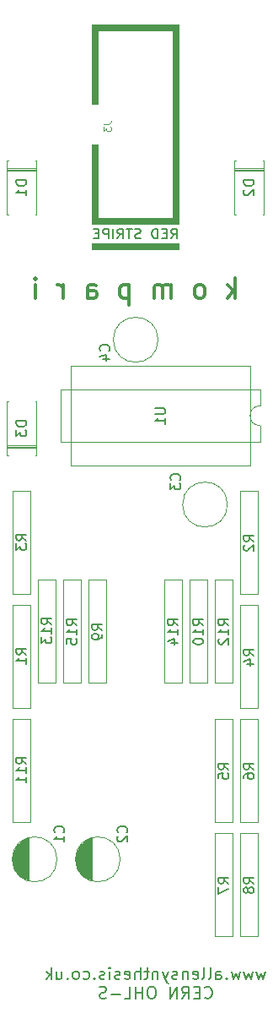
<source format=gbr>
%TF.GenerationSoftware,KiCad,Pcbnew,(6.0.2)*%
%TF.CreationDate,2022-09-19T13:12:04+01:00*%
%TF.ProjectId,comparator,636f6d70-6172-4617-946f-722e6b696361,rev?*%
%TF.SameCoordinates,Original*%
%TF.FileFunction,Legend,Bot*%
%TF.FilePolarity,Positive*%
%FSLAX46Y46*%
G04 Gerber Fmt 4.6, Leading zero omitted, Abs format (unit mm)*
G04 Created by KiCad (PCBNEW (6.0.2)) date 2022-09-19 13:12:04*
%MOMM*%
%LPD*%
G01*
G04 APERTURE LIST*
%ADD10C,0.300000*%
%ADD11C,0.200000*%
%ADD12C,0.150000*%
%ADD13C,0.100000*%
%ADD14C,0.120000*%
G04 APERTURE END LIST*
D10*
X25287619Y-28844761D02*
X25287619Y-26844761D01*
X25097142Y-28082857D02*
X24525714Y-28844761D01*
X24525714Y-27511428D02*
X25287619Y-28273333D01*
X21859047Y-28844761D02*
X22049523Y-28749523D01*
X22144761Y-28654285D01*
X22240000Y-28463809D01*
X22240000Y-27892380D01*
X22144761Y-27701904D01*
X22049523Y-27606666D01*
X21859047Y-27511428D01*
X21573333Y-27511428D01*
X21382857Y-27606666D01*
X21287619Y-27701904D01*
X21192380Y-27892380D01*
X21192380Y-28463809D01*
X21287619Y-28654285D01*
X21382857Y-28749523D01*
X21573333Y-28844761D01*
X21859047Y-28844761D01*
X18811428Y-28844761D02*
X18811428Y-27511428D01*
X18811428Y-27701904D02*
X18716190Y-27606666D01*
X18525714Y-27511428D01*
X18240000Y-27511428D01*
X18049523Y-27606666D01*
X17954285Y-27797142D01*
X17954285Y-28844761D01*
X17954285Y-27797142D02*
X17859047Y-27606666D01*
X17668571Y-27511428D01*
X17382857Y-27511428D01*
X17192380Y-27606666D01*
X17097142Y-27797142D01*
X17097142Y-28844761D01*
X14620952Y-27511428D02*
X14620952Y-29511428D01*
X14620952Y-27606666D02*
X14430476Y-27511428D01*
X14049523Y-27511428D01*
X13859047Y-27606666D01*
X13763809Y-27701904D01*
X13668571Y-27892380D01*
X13668571Y-28463809D01*
X13763809Y-28654285D01*
X13859047Y-28749523D01*
X14049523Y-28844761D01*
X14430476Y-28844761D01*
X14620952Y-28749523D01*
X10430476Y-28844761D02*
X10430476Y-27797142D01*
X10525714Y-27606666D01*
X10716190Y-27511428D01*
X11097142Y-27511428D01*
X11287619Y-27606666D01*
X10430476Y-28749523D02*
X10620952Y-28844761D01*
X11097142Y-28844761D01*
X11287619Y-28749523D01*
X11382857Y-28559047D01*
X11382857Y-28368571D01*
X11287619Y-28178095D01*
X11097142Y-28082857D01*
X10620952Y-28082857D01*
X10430476Y-27987619D01*
X7954285Y-28844761D02*
X7954285Y-27511428D01*
X7954285Y-27892380D02*
X7859047Y-27701904D01*
X7763809Y-27606666D01*
X7573333Y-27511428D01*
X7382857Y-27511428D01*
X5192380Y-28844761D02*
X5192380Y-27511428D01*
X5192380Y-26844761D02*
X5287619Y-26940000D01*
X5192380Y-27035238D01*
X5097142Y-26940000D01*
X5192380Y-26844761D01*
X5192380Y-27035238D01*
D11*
X28300571Y-96312857D02*
X28072000Y-97112857D01*
X27843428Y-96541428D01*
X27614857Y-97112857D01*
X27386285Y-96312857D01*
X27043428Y-96312857D02*
X26814857Y-97112857D01*
X26586285Y-96541428D01*
X26357714Y-97112857D01*
X26129142Y-96312857D01*
X25786285Y-96312857D02*
X25557714Y-97112857D01*
X25329142Y-96541428D01*
X25100571Y-97112857D01*
X24871999Y-96312857D01*
X24414857Y-96998571D02*
X24357714Y-97055714D01*
X24414857Y-97112857D01*
X24471999Y-97055714D01*
X24414857Y-96998571D01*
X24414857Y-97112857D01*
X23329142Y-97112857D02*
X23329142Y-96484285D01*
X23386285Y-96370000D01*
X23500571Y-96312857D01*
X23729142Y-96312857D01*
X23843428Y-96370000D01*
X23329142Y-97055714D02*
X23443428Y-97112857D01*
X23729142Y-97112857D01*
X23843428Y-97055714D01*
X23900571Y-96941428D01*
X23900571Y-96827142D01*
X23843428Y-96712857D01*
X23729142Y-96655714D01*
X23443428Y-96655714D01*
X23329142Y-96598571D01*
X22586285Y-97112857D02*
X22700571Y-97055714D01*
X22757714Y-96941428D01*
X22757714Y-95912857D01*
X21957714Y-97112857D02*
X22071999Y-97055714D01*
X22129142Y-96941428D01*
X22129142Y-95912857D01*
X21043428Y-97055714D02*
X21157714Y-97112857D01*
X21386285Y-97112857D01*
X21500571Y-97055714D01*
X21557714Y-96941428D01*
X21557714Y-96484285D01*
X21500571Y-96370000D01*
X21386285Y-96312857D01*
X21157714Y-96312857D01*
X21043428Y-96370000D01*
X20986285Y-96484285D01*
X20986285Y-96598571D01*
X21557714Y-96712857D01*
X20471999Y-96312857D02*
X20471999Y-97112857D01*
X20471999Y-96427142D02*
X20414857Y-96370000D01*
X20300571Y-96312857D01*
X20129142Y-96312857D01*
X20014857Y-96370000D01*
X19957714Y-96484285D01*
X19957714Y-97112857D01*
X19443428Y-97055714D02*
X19329142Y-97112857D01*
X19100571Y-97112857D01*
X18986285Y-97055714D01*
X18929142Y-96941428D01*
X18929142Y-96884285D01*
X18986285Y-96770000D01*
X19100571Y-96712857D01*
X19271999Y-96712857D01*
X19386285Y-96655714D01*
X19443428Y-96541428D01*
X19443428Y-96484285D01*
X19386285Y-96370000D01*
X19271999Y-96312857D01*
X19100571Y-96312857D01*
X18986285Y-96370000D01*
X18529142Y-96312857D02*
X18243428Y-97112857D01*
X17957714Y-96312857D02*
X18243428Y-97112857D01*
X18357714Y-97398571D01*
X18414857Y-97455714D01*
X18529142Y-97512857D01*
X17500571Y-96312857D02*
X17500571Y-97112857D01*
X17500571Y-96427142D02*
X17443428Y-96370000D01*
X17329142Y-96312857D01*
X17157714Y-96312857D01*
X17043428Y-96370000D01*
X16986285Y-96484285D01*
X16986285Y-97112857D01*
X16586285Y-96312857D02*
X16129142Y-96312857D01*
X16414857Y-95912857D02*
X16414857Y-96941428D01*
X16357714Y-97055714D01*
X16243428Y-97112857D01*
X16129142Y-97112857D01*
X15729142Y-97112857D02*
X15729142Y-95912857D01*
X15214857Y-97112857D02*
X15214857Y-96484285D01*
X15271999Y-96370000D01*
X15386285Y-96312857D01*
X15557714Y-96312857D01*
X15671999Y-96370000D01*
X15729142Y-96427142D01*
X14186285Y-97055714D02*
X14300571Y-97112857D01*
X14529142Y-97112857D01*
X14643428Y-97055714D01*
X14700571Y-96941428D01*
X14700571Y-96484285D01*
X14643428Y-96370000D01*
X14529142Y-96312857D01*
X14300571Y-96312857D01*
X14186285Y-96370000D01*
X14129142Y-96484285D01*
X14129142Y-96598571D01*
X14700571Y-96712857D01*
X13671999Y-97055714D02*
X13557714Y-97112857D01*
X13329142Y-97112857D01*
X13214857Y-97055714D01*
X13157714Y-96941428D01*
X13157714Y-96884285D01*
X13214857Y-96770000D01*
X13329142Y-96712857D01*
X13500571Y-96712857D01*
X13614857Y-96655714D01*
X13671999Y-96541428D01*
X13671999Y-96484285D01*
X13614857Y-96370000D01*
X13500571Y-96312857D01*
X13329142Y-96312857D01*
X13214857Y-96370000D01*
X12643428Y-97112857D02*
X12643428Y-96312857D01*
X12643428Y-95912857D02*
X12700571Y-95970000D01*
X12643428Y-96027142D01*
X12586285Y-95970000D01*
X12643428Y-95912857D01*
X12643428Y-96027142D01*
X12129142Y-97055714D02*
X12014857Y-97112857D01*
X11786285Y-97112857D01*
X11671999Y-97055714D01*
X11614857Y-96941428D01*
X11614857Y-96884285D01*
X11671999Y-96770000D01*
X11786285Y-96712857D01*
X11957714Y-96712857D01*
X12071999Y-96655714D01*
X12129142Y-96541428D01*
X12129142Y-96484285D01*
X12071999Y-96370000D01*
X11957714Y-96312857D01*
X11786285Y-96312857D01*
X11671999Y-96370000D01*
X11100571Y-96998571D02*
X11043428Y-97055714D01*
X11100571Y-97112857D01*
X11157714Y-97055714D01*
X11100571Y-96998571D01*
X11100571Y-97112857D01*
X10014857Y-97055714D02*
X10129142Y-97112857D01*
X10357714Y-97112857D01*
X10471999Y-97055714D01*
X10529142Y-96998571D01*
X10586285Y-96884285D01*
X10586285Y-96541428D01*
X10529142Y-96427142D01*
X10471999Y-96370000D01*
X10357714Y-96312857D01*
X10129142Y-96312857D01*
X10014857Y-96370000D01*
X9329142Y-97112857D02*
X9443428Y-97055714D01*
X9500571Y-96998571D01*
X9557714Y-96884285D01*
X9557714Y-96541428D01*
X9500571Y-96427142D01*
X9443428Y-96370000D01*
X9329142Y-96312857D01*
X9157714Y-96312857D01*
X9043428Y-96370000D01*
X8986285Y-96427142D01*
X8929142Y-96541428D01*
X8929142Y-96884285D01*
X8986285Y-96998571D01*
X9043428Y-97055714D01*
X9157714Y-97112857D01*
X9329142Y-97112857D01*
X8414857Y-96998571D02*
X8357714Y-97055714D01*
X8414857Y-97112857D01*
X8471999Y-97055714D01*
X8414857Y-96998571D01*
X8414857Y-97112857D01*
X7329142Y-96312857D02*
X7329142Y-97112857D01*
X7843428Y-96312857D02*
X7843428Y-96941428D01*
X7786285Y-97055714D01*
X7671999Y-97112857D01*
X7500571Y-97112857D01*
X7386285Y-97055714D01*
X7329142Y-96998571D01*
X6757714Y-97112857D02*
X6757714Y-95912857D01*
X6643428Y-96655714D02*
X6300571Y-97112857D01*
X6300571Y-96312857D02*
X6757714Y-96770000D01*
X22186285Y-98930571D02*
X22243428Y-98987714D01*
X22414857Y-99044857D01*
X22529142Y-99044857D01*
X22700571Y-98987714D01*
X22814857Y-98873428D01*
X22872000Y-98759142D01*
X22929142Y-98530571D01*
X22929142Y-98359142D01*
X22872000Y-98130571D01*
X22814857Y-98016285D01*
X22700571Y-97902000D01*
X22529142Y-97844857D01*
X22414857Y-97844857D01*
X22243428Y-97902000D01*
X22186285Y-97959142D01*
X21672000Y-98416285D02*
X21272000Y-98416285D01*
X21100571Y-99044857D02*
X21672000Y-99044857D01*
X21672000Y-97844857D01*
X21100571Y-97844857D01*
X19900571Y-99044857D02*
X20300571Y-98473428D01*
X20586285Y-99044857D02*
X20586285Y-97844857D01*
X20129142Y-97844857D01*
X20014857Y-97902000D01*
X19957714Y-97959142D01*
X19900571Y-98073428D01*
X19900571Y-98244857D01*
X19957714Y-98359142D01*
X20014857Y-98416285D01*
X20129142Y-98473428D01*
X20586285Y-98473428D01*
X19386285Y-99044857D02*
X19386285Y-97844857D01*
X18700571Y-99044857D01*
X18700571Y-97844857D01*
X16986285Y-97844857D02*
X16757714Y-97844857D01*
X16643428Y-97902000D01*
X16529142Y-98016285D01*
X16472000Y-98244857D01*
X16472000Y-98644857D01*
X16529142Y-98873428D01*
X16643428Y-98987714D01*
X16757714Y-99044857D01*
X16986285Y-99044857D01*
X17100571Y-98987714D01*
X17214857Y-98873428D01*
X17272000Y-98644857D01*
X17272000Y-98244857D01*
X17214857Y-98016285D01*
X17100571Y-97902000D01*
X16986285Y-97844857D01*
X15957714Y-99044857D02*
X15957714Y-97844857D01*
X15957714Y-98416285D02*
X15272000Y-98416285D01*
X15272000Y-99044857D02*
X15272000Y-97844857D01*
X14129142Y-99044857D02*
X14700571Y-99044857D01*
X14700571Y-97844857D01*
X13729142Y-98587714D02*
X12814857Y-98587714D01*
X12300571Y-98987714D02*
X12129142Y-99044857D01*
X11843428Y-99044857D01*
X11729142Y-98987714D01*
X11672000Y-98930571D01*
X11614857Y-98816285D01*
X11614857Y-98702000D01*
X11672000Y-98587714D01*
X11729142Y-98530571D01*
X11843428Y-98473428D01*
X12072000Y-98416285D01*
X12186285Y-98359142D01*
X12243428Y-98302000D01*
X12300571Y-98187714D01*
X12300571Y-98073428D01*
X12243428Y-97959142D01*
X12186285Y-97902000D01*
X12072000Y-97844857D01*
X11786285Y-97844857D01*
X11614857Y-97902000D01*
D12*
%TO.C,C1*%
X7977142Y-82383333D02*
X8024761Y-82335714D01*
X8072380Y-82192857D01*
X8072380Y-82097619D01*
X8024761Y-81954761D01*
X7929523Y-81859523D01*
X7834285Y-81811904D01*
X7643809Y-81764285D01*
X7500952Y-81764285D01*
X7310476Y-81811904D01*
X7215238Y-81859523D01*
X7120000Y-81954761D01*
X7072380Y-82097619D01*
X7072380Y-82192857D01*
X7120000Y-82335714D01*
X7167619Y-82383333D01*
X8072380Y-83335714D02*
X8072380Y-82764285D01*
X8072380Y-83050000D02*
X7072380Y-83050000D01*
X7215238Y-82954761D01*
X7310476Y-82859523D01*
X7358095Y-82764285D01*
%TO.C,R11*%
X4262380Y-75507142D02*
X3786190Y-75173809D01*
X4262380Y-74935714D02*
X3262380Y-74935714D01*
X3262380Y-75316666D01*
X3310000Y-75411904D01*
X3357619Y-75459523D01*
X3452857Y-75507142D01*
X3595714Y-75507142D01*
X3690952Y-75459523D01*
X3738571Y-75411904D01*
X3786190Y-75316666D01*
X3786190Y-74935714D01*
X4262380Y-76459523D02*
X4262380Y-75888095D01*
X4262380Y-76173809D02*
X3262380Y-76173809D01*
X3405238Y-76078571D01*
X3500476Y-75983333D01*
X3548095Y-75888095D01*
X4262380Y-77411904D02*
X4262380Y-76840476D01*
X4262380Y-77126190D02*
X3262380Y-77126190D01*
X3405238Y-77030952D01*
X3500476Y-76935714D01*
X3548095Y-76840476D01*
%TO.C,R10*%
X22042380Y-61637142D02*
X21566190Y-61303809D01*
X22042380Y-61065714D02*
X21042380Y-61065714D01*
X21042380Y-61446666D01*
X21090000Y-61541904D01*
X21137619Y-61589523D01*
X21232857Y-61637142D01*
X21375714Y-61637142D01*
X21470952Y-61589523D01*
X21518571Y-61541904D01*
X21566190Y-61446666D01*
X21566190Y-61065714D01*
X22042380Y-62589523D02*
X22042380Y-62018095D01*
X22042380Y-62303809D02*
X21042380Y-62303809D01*
X21185238Y-62208571D01*
X21280476Y-62113333D01*
X21328095Y-62018095D01*
X21042380Y-63208571D02*
X21042380Y-63303809D01*
X21090000Y-63399047D01*
X21137619Y-63446666D01*
X21232857Y-63494285D01*
X21423333Y-63541904D01*
X21661428Y-63541904D01*
X21851904Y-63494285D01*
X21947142Y-63446666D01*
X21994761Y-63399047D01*
X22042380Y-63303809D01*
X22042380Y-63208571D01*
X21994761Y-63113333D01*
X21947142Y-63065714D01*
X21851904Y-63018095D01*
X21661428Y-62970476D01*
X21423333Y-62970476D01*
X21232857Y-63018095D01*
X21137619Y-63065714D01*
X21090000Y-63113333D01*
X21042380Y-63208571D01*
%TO.C,R12*%
X24582380Y-61637142D02*
X24106190Y-61303809D01*
X24582380Y-61065714D02*
X23582380Y-61065714D01*
X23582380Y-61446666D01*
X23630000Y-61541904D01*
X23677619Y-61589523D01*
X23772857Y-61637142D01*
X23915714Y-61637142D01*
X24010952Y-61589523D01*
X24058571Y-61541904D01*
X24106190Y-61446666D01*
X24106190Y-61065714D01*
X24582380Y-62589523D02*
X24582380Y-62018095D01*
X24582380Y-62303809D02*
X23582380Y-62303809D01*
X23725238Y-62208571D01*
X23820476Y-62113333D01*
X23868095Y-62018095D01*
X23677619Y-62970476D02*
X23630000Y-63018095D01*
X23582380Y-63113333D01*
X23582380Y-63351428D01*
X23630000Y-63446666D01*
X23677619Y-63494285D01*
X23772857Y-63541904D01*
X23868095Y-63541904D01*
X24010952Y-63494285D01*
X24582380Y-62922857D01*
X24582380Y-63541904D01*
%TO.C,C4*%
X12549142Y-34123333D02*
X12596761Y-34075714D01*
X12644380Y-33932857D01*
X12644380Y-33837619D01*
X12596761Y-33694761D01*
X12501523Y-33599523D01*
X12406285Y-33551904D01*
X12215809Y-33504285D01*
X12072952Y-33504285D01*
X11882476Y-33551904D01*
X11787238Y-33599523D01*
X11692000Y-33694761D01*
X11644380Y-33837619D01*
X11644380Y-33932857D01*
X11692000Y-34075714D01*
X11739619Y-34123333D01*
X11977714Y-34980476D02*
X12644380Y-34980476D01*
X11596761Y-34742380D02*
X12311047Y-34504285D01*
X12311047Y-35123333D01*
%TO.C,R8*%
X27122380Y-87513333D02*
X26646190Y-87180000D01*
X27122380Y-86941904D02*
X26122380Y-86941904D01*
X26122380Y-87322857D01*
X26170000Y-87418095D01*
X26217619Y-87465714D01*
X26312857Y-87513333D01*
X26455714Y-87513333D01*
X26550952Y-87465714D01*
X26598571Y-87418095D01*
X26646190Y-87322857D01*
X26646190Y-86941904D01*
X26550952Y-88084761D02*
X26503333Y-87989523D01*
X26455714Y-87941904D01*
X26360476Y-87894285D01*
X26312857Y-87894285D01*
X26217619Y-87941904D01*
X26170000Y-87989523D01*
X26122380Y-88084761D01*
X26122380Y-88275238D01*
X26170000Y-88370476D01*
X26217619Y-88418095D01*
X26312857Y-88465714D01*
X26360476Y-88465714D01*
X26455714Y-88418095D01*
X26503333Y-88370476D01*
X26550952Y-88275238D01*
X26550952Y-88084761D01*
X26598571Y-87989523D01*
X26646190Y-87941904D01*
X26741428Y-87894285D01*
X26931904Y-87894285D01*
X27027142Y-87941904D01*
X27074761Y-87989523D01*
X27122380Y-88084761D01*
X27122380Y-88275238D01*
X27074761Y-88370476D01*
X27027142Y-88418095D01*
X26931904Y-88465714D01*
X26741428Y-88465714D01*
X26646190Y-88418095D01*
X26598571Y-88370476D01*
X26550952Y-88275238D01*
%TO.C,C3*%
X19661142Y-47077333D02*
X19708761Y-47029714D01*
X19756380Y-46886857D01*
X19756380Y-46791619D01*
X19708761Y-46648761D01*
X19613523Y-46553523D01*
X19518285Y-46505904D01*
X19327809Y-46458285D01*
X19184952Y-46458285D01*
X18994476Y-46505904D01*
X18899238Y-46553523D01*
X18804000Y-46648761D01*
X18756380Y-46791619D01*
X18756380Y-46886857D01*
X18804000Y-47029714D01*
X18851619Y-47077333D01*
X18756380Y-47410666D02*
X18756380Y-48029714D01*
X19137333Y-47696380D01*
X19137333Y-47839238D01*
X19184952Y-47934476D01*
X19232571Y-47982095D01*
X19327809Y-48029714D01*
X19565904Y-48029714D01*
X19661142Y-47982095D01*
X19708761Y-47934476D01*
X19756380Y-47839238D01*
X19756380Y-47553523D01*
X19708761Y-47458285D01*
X19661142Y-47410666D01*
%TO.C,R6*%
X27122380Y-76083333D02*
X26646190Y-75750000D01*
X27122380Y-75511904D02*
X26122380Y-75511904D01*
X26122380Y-75892857D01*
X26170000Y-75988095D01*
X26217619Y-76035714D01*
X26312857Y-76083333D01*
X26455714Y-76083333D01*
X26550952Y-76035714D01*
X26598571Y-75988095D01*
X26646190Y-75892857D01*
X26646190Y-75511904D01*
X26122380Y-76940476D02*
X26122380Y-76750000D01*
X26170000Y-76654761D01*
X26217619Y-76607142D01*
X26360476Y-76511904D01*
X26550952Y-76464285D01*
X26931904Y-76464285D01*
X27027142Y-76511904D01*
X27074761Y-76559523D01*
X27122380Y-76654761D01*
X27122380Y-76845238D01*
X27074761Y-76940476D01*
X27027142Y-76988095D01*
X26931904Y-77035714D01*
X26693809Y-77035714D01*
X26598571Y-76988095D01*
X26550952Y-76940476D01*
X26503333Y-76845238D01*
X26503333Y-76654761D01*
X26550952Y-76559523D01*
X26598571Y-76511904D01*
X26693809Y-76464285D01*
%TO.C,D3*%
X4262380Y-41171904D02*
X3262380Y-41171904D01*
X3262380Y-41410000D01*
X3310000Y-41552857D01*
X3405238Y-41648095D01*
X3500476Y-41695714D01*
X3690952Y-41743333D01*
X3833809Y-41743333D01*
X4024285Y-41695714D01*
X4119523Y-41648095D01*
X4214761Y-41552857D01*
X4262380Y-41410000D01*
X4262380Y-41171904D01*
X3262380Y-42076666D02*
X3262380Y-42695714D01*
X3643333Y-42362380D01*
X3643333Y-42505238D01*
X3690952Y-42600476D01*
X3738571Y-42648095D01*
X3833809Y-42695714D01*
X4071904Y-42695714D01*
X4167142Y-42648095D01*
X4214761Y-42600476D01*
X4262380Y-42505238D01*
X4262380Y-42219523D01*
X4214761Y-42124285D01*
X4167142Y-42076666D01*
%TO.C,R3*%
X4262380Y-53123333D02*
X3786190Y-52790000D01*
X4262380Y-52551904D02*
X3262380Y-52551904D01*
X3262380Y-52932857D01*
X3310000Y-53028095D01*
X3357619Y-53075714D01*
X3452857Y-53123333D01*
X3595714Y-53123333D01*
X3690952Y-53075714D01*
X3738571Y-53028095D01*
X3786190Y-52932857D01*
X3786190Y-52551904D01*
X3262380Y-53456666D02*
X3262380Y-54075714D01*
X3643333Y-53742380D01*
X3643333Y-53885238D01*
X3690952Y-53980476D01*
X3738571Y-54028095D01*
X3833809Y-54075714D01*
X4071904Y-54075714D01*
X4167142Y-54028095D01*
X4214761Y-53980476D01*
X4262380Y-53885238D01*
X4262380Y-53599523D01*
X4214761Y-53504285D01*
X4167142Y-53456666D01*
%TO.C,R4*%
X27122380Y-64653333D02*
X26646190Y-64320000D01*
X27122380Y-64081904D02*
X26122380Y-64081904D01*
X26122380Y-64462857D01*
X26170000Y-64558095D01*
X26217619Y-64605714D01*
X26312857Y-64653333D01*
X26455714Y-64653333D01*
X26550952Y-64605714D01*
X26598571Y-64558095D01*
X26646190Y-64462857D01*
X26646190Y-64081904D01*
X26455714Y-65510476D02*
X27122380Y-65510476D01*
X26074761Y-65272380D02*
X26789047Y-65034285D01*
X26789047Y-65653333D01*
%TO.C,R9*%
X11882380Y-62113333D02*
X11406190Y-61780000D01*
X11882380Y-61541904D02*
X10882380Y-61541904D01*
X10882380Y-61922857D01*
X10930000Y-62018095D01*
X10977619Y-62065714D01*
X11072857Y-62113333D01*
X11215714Y-62113333D01*
X11310952Y-62065714D01*
X11358571Y-62018095D01*
X11406190Y-61922857D01*
X11406190Y-61541904D01*
X11882380Y-62589523D02*
X11882380Y-62780000D01*
X11834761Y-62875238D01*
X11787142Y-62922857D01*
X11644285Y-63018095D01*
X11453809Y-63065714D01*
X11072857Y-63065714D01*
X10977619Y-63018095D01*
X10930000Y-62970476D01*
X10882380Y-62875238D01*
X10882380Y-62684761D01*
X10930000Y-62589523D01*
X10977619Y-62541904D01*
X11072857Y-62494285D01*
X11310952Y-62494285D01*
X11406190Y-62541904D01*
X11453809Y-62589523D01*
X11501428Y-62684761D01*
X11501428Y-62875238D01*
X11453809Y-62970476D01*
X11406190Y-63018095D01*
X11310952Y-63065714D01*
%TO.C,R5*%
X24582380Y-76083333D02*
X24106190Y-75750000D01*
X24582380Y-75511904D02*
X23582380Y-75511904D01*
X23582380Y-75892857D01*
X23630000Y-75988095D01*
X23677619Y-76035714D01*
X23772857Y-76083333D01*
X23915714Y-76083333D01*
X24010952Y-76035714D01*
X24058571Y-75988095D01*
X24106190Y-75892857D01*
X24106190Y-75511904D01*
X23582380Y-76988095D02*
X23582380Y-76511904D01*
X24058571Y-76464285D01*
X24010952Y-76511904D01*
X23963333Y-76607142D01*
X23963333Y-76845238D01*
X24010952Y-76940476D01*
X24058571Y-76988095D01*
X24153809Y-77035714D01*
X24391904Y-77035714D01*
X24487142Y-76988095D01*
X24534761Y-76940476D01*
X24582380Y-76845238D01*
X24582380Y-76607142D01*
X24534761Y-76511904D01*
X24487142Y-76464285D01*
%TO.C,R2*%
X27122380Y-53223333D02*
X26646190Y-52890000D01*
X27122380Y-52651904D02*
X26122380Y-52651904D01*
X26122380Y-53032857D01*
X26170000Y-53128095D01*
X26217619Y-53175714D01*
X26312857Y-53223333D01*
X26455714Y-53223333D01*
X26550952Y-53175714D01*
X26598571Y-53128095D01*
X26646190Y-53032857D01*
X26646190Y-52651904D01*
X26217619Y-53604285D02*
X26170000Y-53651904D01*
X26122380Y-53747142D01*
X26122380Y-53985238D01*
X26170000Y-54080476D01*
X26217619Y-54128095D01*
X26312857Y-54175714D01*
X26408095Y-54175714D01*
X26550952Y-54128095D01*
X27122380Y-53556666D01*
X27122380Y-54175714D01*
%TO.C,R14*%
X19502380Y-61637142D02*
X19026190Y-61303809D01*
X19502380Y-61065714D02*
X18502380Y-61065714D01*
X18502380Y-61446666D01*
X18550000Y-61541904D01*
X18597619Y-61589523D01*
X18692857Y-61637142D01*
X18835714Y-61637142D01*
X18930952Y-61589523D01*
X18978571Y-61541904D01*
X19026190Y-61446666D01*
X19026190Y-61065714D01*
X19502380Y-62589523D02*
X19502380Y-62018095D01*
X19502380Y-62303809D02*
X18502380Y-62303809D01*
X18645238Y-62208571D01*
X18740476Y-62113333D01*
X18788095Y-62018095D01*
X18835714Y-63446666D02*
X19502380Y-63446666D01*
X18454761Y-63208571D02*
X19169047Y-62970476D01*
X19169047Y-63589523D01*
D13*
%TO.C,J3*%
X12029285Y-11380000D02*
X12565000Y-11380000D01*
X12672142Y-11344285D01*
X12743571Y-11272857D01*
X12779285Y-11165714D01*
X12779285Y-11094285D01*
X12029285Y-11665714D02*
X12029285Y-12130000D01*
X12315000Y-11880000D01*
X12315000Y-11987142D01*
X12350714Y-12058571D01*
X12386428Y-12094285D01*
X12457857Y-12130000D01*
X12636428Y-12130000D01*
X12707857Y-12094285D01*
X12743571Y-12058571D01*
X12779285Y-11987142D01*
X12779285Y-11772857D01*
X12743571Y-11701428D01*
X12707857Y-11665714D01*
D12*
X18811428Y-22882380D02*
X19144761Y-22406190D01*
X19382857Y-22882380D02*
X19382857Y-21882380D01*
X19001904Y-21882380D01*
X18906666Y-21930000D01*
X18859047Y-21977619D01*
X18811428Y-22072857D01*
X18811428Y-22215714D01*
X18859047Y-22310952D01*
X18906666Y-22358571D01*
X19001904Y-22406190D01*
X19382857Y-22406190D01*
X18382857Y-22358571D02*
X18049523Y-22358571D01*
X17906666Y-22882380D02*
X18382857Y-22882380D01*
X18382857Y-21882380D01*
X17906666Y-21882380D01*
X17478095Y-22882380D02*
X17478095Y-21882380D01*
X17240000Y-21882380D01*
X17097142Y-21930000D01*
X17001904Y-22025238D01*
X16954285Y-22120476D01*
X16906666Y-22310952D01*
X16906666Y-22453809D01*
X16954285Y-22644285D01*
X17001904Y-22739523D01*
X17097142Y-22834761D01*
X17240000Y-22882380D01*
X17478095Y-22882380D01*
X15763809Y-22834761D02*
X15620952Y-22882380D01*
X15382857Y-22882380D01*
X15287619Y-22834761D01*
X15240000Y-22787142D01*
X15192380Y-22691904D01*
X15192380Y-22596666D01*
X15240000Y-22501428D01*
X15287619Y-22453809D01*
X15382857Y-22406190D01*
X15573333Y-22358571D01*
X15668571Y-22310952D01*
X15716190Y-22263333D01*
X15763809Y-22168095D01*
X15763809Y-22072857D01*
X15716190Y-21977619D01*
X15668571Y-21930000D01*
X15573333Y-21882380D01*
X15335238Y-21882380D01*
X15192380Y-21930000D01*
X14906666Y-21882380D02*
X14335238Y-21882380D01*
X14620952Y-22882380D02*
X14620952Y-21882380D01*
X13430476Y-22882380D02*
X13763809Y-22406190D01*
X14001904Y-22882380D02*
X14001904Y-21882380D01*
X13620952Y-21882380D01*
X13525714Y-21930000D01*
X13478095Y-21977619D01*
X13430476Y-22072857D01*
X13430476Y-22215714D01*
X13478095Y-22310952D01*
X13525714Y-22358571D01*
X13620952Y-22406190D01*
X14001904Y-22406190D01*
X13001904Y-22882380D02*
X13001904Y-21882380D01*
X12525714Y-22882380D02*
X12525714Y-21882380D01*
X12144761Y-21882380D01*
X12049523Y-21930000D01*
X12001904Y-21977619D01*
X11954285Y-22072857D01*
X11954285Y-22215714D01*
X12001904Y-22310952D01*
X12049523Y-22358571D01*
X12144761Y-22406190D01*
X12525714Y-22406190D01*
X11525714Y-22358571D02*
X11192380Y-22358571D01*
X11049523Y-22882380D02*
X11525714Y-22882380D01*
X11525714Y-21882380D01*
X11049523Y-21882380D01*
%TO.C,R1*%
X4262380Y-64553333D02*
X3786190Y-64220000D01*
X4262380Y-63981904D02*
X3262380Y-63981904D01*
X3262380Y-64362857D01*
X3310000Y-64458095D01*
X3357619Y-64505714D01*
X3452857Y-64553333D01*
X3595714Y-64553333D01*
X3690952Y-64505714D01*
X3738571Y-64458095D01*
X3786190Y-64362857D01*
X3786190Y-63981904D01*
X4262380Y-65505714D02*
X4262380Y-64934285D01*
X4262380Y-65220000D02*
X3262380Y-65220000D01*
X3405238Y-65124761D01*
X3500476Y-65029523D01*
X3548095Y-64934285D01*
%TO.C,D1*%
X4262380Y-17041904D02*
X3262380Y-17041904D01*
X3262380Y-17280000D01*
X3310000Y-17422857D01*
X3405238Y-17518095D01*
X3500476Y-17565714D01*
X3690952Y-17613333D01*
X3833809Y-17613333D01*
X4024285Y-17565714D01*
X4119523Y-17518095D01*
X4214761Y-17422857D01*
X4262380Y-17280000D01*
X4262380Y-17041904D01*
X4262380Y-18565714D02*
X4262380Y-17994285D01*
X4262380Y-18280000D02*
X3262380Y-18280000D01*
X3405238Y-18184761D01*
X3500476Y-18089523D01*
X3548095Y-17994285D01*
%TO.C,C2*%
X14327142Y-82383333D02*
X14374761Y-82335714D01*
X14422380Y-82192857D01*
X14422380Y-82097619D01*
X14374761Y-81954761D01*
X14279523Y-81859523D01*
X14184285Y-81811904D01*
X13993809Y-81764285D01*
X13850952Y-81764285D01*
X13660476Y-81811904D01*
X13565238Y-81859523D01*
X13470000Y-81954761D01*
X13422380Y-82097619D01*
X13422380Y-82192857D01*
X13470000Y-82335714D01*
X13517619Y-82383333D01*
X13517619Y-82764285D02*
X13470000Y-82811904D01*
X13422380Y-82907142D01*
X13422380Y-83145238D01*
X13470000Y-83240476D01*
X13517619Y-83288095D01*
X13612857Y-83335714D01*
X13708095Y-83335714D01*
X13850952Y-83288095D01*
X14422380Y-82716666D01*
X14422380Y-83335714D01*
%TO.C,R15*%
X9342380Y-61637142D02*
X8866190Y-61303809D01*
X9342380Y-61065714D02*
X8342380Y-61065714D01*
X8342380Y-61446666D01*
X8390000Y-61541904D01*
X8437619Y-61589523D01*
X8532857Y-61637142D01*
X8675714Y-61637142D01*
X8770952Y-61589523D01*
X8818571Y-61541904D01*
X8866190Y-61446666D01*
X8866190Y-61065714D01*
X9342380Y-62589523D02*
X9342380Y-62018095D01*
X9342380Y-62303809D02*
X8342380Y-62303809D01*
X8485238Y-62208571D01*
X8580476Y-62113333D01*
X8628095Y-62018095D01*
X8342380Y-63494285D02*
X8342380Y-63018095D01*
X8818571Y-62970476D01*
X8770952Y-63018095D01*
X8723333Y-63113333D01*
X8723333Y-63351428D01*
X8770952Y-63446666D01*
X8818571Y-63494285D01*
X8913809Y-63541904D01*
X9151904Y-63541904D01*
X9247142Y-63494285D01*
X9294761Y-63446666D01*
X9342380Y-63351428D01*
X9342380Y-63113333D01*
X9294761Y-63018095D01*
X9247142Y-62970476D01*
%TO.C,U1*%
X17232380Y-39878095D02*
X18041904Y-39878095D01*
X18137142Y-39925714D01*
X18184761Y-39973333D01*
X18232380Y-40068571D01*
X18232380Y-40259047D01*
X18184761Y-40354285D01*
X18137142Y-40401904D01*
X18041904Y-40449523D01*
X17232380Y-40449523D01*
X18232380Y-41449523D02*
X18232380Y-40878095D01*
X18232380Y-41163809D02*
X17232380Y-41163809D01*
X17375238Y-41068571D01*
X17470476Y-40973333D01*
X17518095Y-40878095D01*
%TO.C,D2*%
X27122380Y-17041904D02*
X26122380Y-17041904D01*
X26122380Y-17280000D01*
X26170000Y-17422857D01*
X26265238Y-17518095D01*
X26360476Y-17565714D01*
X26550952Y-17613333D01*
X26693809Y-17613333D01*
X26884285Y-17565714D01*
X26979523Y-17518095D01*
X27074761Y-17422857D01*
X27122380Y-17280000D01*
X27122380Y-17041904D01*
X26217619Y-17994285D02*
X26170000Y-18041904D01*
X26122380Y-18137142D01*
X26122380Y-18375238D01*
X26170000Y-18470476D01*
X26217619Y-18518095D01*
X26312857Y-18565714D01*
X26408095Y-18565714D01*
X26550952Y-18518095D01*
X27122380Y-17946666D01*
X27122380Y-18565714D01*
%TO.C,R13*%
X6802380Y-61537142D02*
X6326190Y-61203809D01*
X6802380Y-60965714D02*
X5802380Y-60965714D01*
X5802380Y-61346666D01*
X5850000Y-61441904D01*
X5897619Y-61489523D01*
X5992857Y-61537142D01*
X6135714Y-61537142D01*
X6230952Y-61489523D01*
X6278571Y-61441904D01*
X6326190Y-61346666D01*
X6326190Y-60965714D01*
X6802380Y-62489523D02*
X6802380Y-61918095D01*
X6802380Y-62203809D02*
X5802380Y-62203809D01*
X5945238Y-62108571D01*
X6040476Y-62013333D01*
X6088095Y-61918095D01*
X5802380Y-62822857D02*
X5802380Y-63441904D01*
X6183333Y-63108571D01*
X6183333Y-63251428D01*
X6230952Y-63346666D01*
X6278571Y-63394285D01*
X6373809Y-63441904D01*
X6611904Y-63441904D01*
X6707142Y-63394285D01*
X6754761Y-63346666D01*
X6802380Y-63251428D01*
X6802380Y-62965714D01*
X6754761Y-62870476D01*
X6707142Y-62822857D01*
%TO.C,R7*%
X24582380Y-87513333D02*
X24106190Y-87180000D01*
X24582380Y-86941904D02*
X23582380Y-86941904D01*
X23582380Y-87322857D01*
X23630000Y-87418095D01*
X23677619Y-87465714D01*
X23772857Y-87513333D01*
X23915714Y-87513333D01*
X24010952Y-87465714D01*
X24058571Y-87418095D01*
X24106190Y-87322857D01*
X24106190Y-86941904D01*
X23582380Y-87846666D02*
X23582380Y-88513333D01*
X24582380Y-88084761D01*
D14*
%TO.C,C1*%
X7350000Y-85090000D02*
G75*
G03*
X7350000Y-85090000I-2250000J0D01*
G01*
G36*
X4550000Y-87290000D02*
G01*
X3750000Y-86890000D01*
X3250000Y-86390000D01*
X2950000Y-85790000D01*
X2850000Y-85090000D01*
X2950000Y-84390000D01*
X3350000Y-83690000D01*
X3750000Y-83290000D01*
X4550000Y-82890000D01*
X4550000Y-87290000D01*
G37*
%TO.C,R11*%
X4710000Y-81350000D02*
X2910000Y-81350000D01*
X2910000Y-81350000D02*
X2910000Y-71050000D01*
X2910000Y-71050000D02*
X4710000Y-71050000D01*
X4710000Y-71050000D02*
X4710000Y-81350000D01*
%TO.C,R10*%
X20690000Y-57080000D02*
X22490000Y-57080000D01*
X22490000Y-57080000D02*
X22490000Y-67380000D01*
X22490000Y-67380000D02*
X20690000Y-67380000D01*
X20690000Y-67380000D02*
X20690000Y-57080000D01*
%TO.C,R12*%
X23230000Y-57080000D02*
X25030000Y-57080000D01*
X25030000Y-57080000D02*
X25030000Y-67380000D01*
X25030000Y-67380000D02*
X23230000Y-67380000D01*
X23230000Y-67380000D02*
X23230000Y-57080000D01*
%TO.C,C4*%
X17510000Y-33020000D02*
G75*
G03*
X17510000Y-33020000I-2250000J0D01*
G01*
%TO.C,R8*%
X25770000Y-82480000D02*
X27570000Y-82480000D01*
X27570000Y-82480000D02*
X27570000Y-92780000D01*
X27570000Y-92780000D02*
X25770000Y-92780000D01*
X25770000Y-92780000D02*
X25770000Y-82480000D01*
%TO.C,C3*%
X24475000Y-49530000D02*
G75*
G03*
X24475000Y-49530000I-2250000J0D01*
G01*
%TO.C,R6*%
X25770000Y-71050000D02*
X27570000Y-71050000D01*
X27570000Y-71050000D02*
X27570000Y-81350000D01*
X27570000Y-81350000D02*
X25770000Y-81350000D01*
X25770000Y-81350000D02*
X25770000Y-71050000D01*
%TO.C,D3*%
X5280000Y-39190000D02*
X5150000Y-39190000D01*
X5280000Y-44630000D02*
X5280000Y-39190000D01*
X5280000Y-43730000D02*
X2340000Y-43730000D01*
X2470000Y-44630000D02*
X2340000Y-44630000D01*
X2340000Y-39190000D02*
X2470000Y-39190000D01*
X5280000Y-43610000D02*
X2340000Y-43610000D01*
X5150000Y-44630000D02*
X5280000Y-44630000D01*
X5280000Y-43850000D02*
X2340000Y-43850000D01*
X2340000Y-44630000D02*
X2340000Y-39190000D01*
%TO.C,R3*%
X4710000Y-58490000D02*
X2910000Y-58490000D01*
X2910000Y-58490000D02*
X2910000Y-48190000D01*
X2910000Y-48190000D02*
X4710000Y-48190000D01*
X4710000Y-48190000D02*
X4710000Y-58490000D01*
%TO.C,R4*%
X25770000Y-59620000D02*
X27570000Y-59620000D01*
X27570000Y-59620000D02*
X27570000Y-69920000D01*
X27570000Y-69920000D02*
X25770000Y-69920000D01*
X25770000Y-69920000D02*
X25770000Y-59620000D01*
%TO.C,R9*%
X10530000Y-57080000D02*
X12330000Y-57080000D01*
X12330000Y-57080000D02*
X12330000Y-67380000D01*
X12330000Y-67380000D02*
X10530000Y-67380000D01*
X10530000Y-67380000D02*
X10530000Y-57080000D01*
%TO.C,R5*%
X23230000Y-71050000D02*
X25030000Y-71050000D01*
X25030000Y-71050000D02*
X25030000Y-81350000D01*
X25030000Y-81350000D02*
X23230000Y-81350000D01*
X23230000Y-81350000D02*
X23230000Y-71050000D01*
%TO.C,R2*%
X25770000Y-48190000D02*
X27570000Y-48190000D01*
X27570000Y-48190000D02*
X27570000Y-58490000D01*
X27570000Y-58490000D02*
X25770000Y-58490000D01*
X25770000Y-58490000D02*
X25770000Y-48190000D01*
%TO.C,R14*%
X18150000Y-57080000D02*
X19950000Y-57080000D01*
X19950000Y-57080000D02*
X19950000Y-67380000D01*
X19950000Y-67380000D02*
X18150000Y-67380000D01*
X18150000Y-67380000D02*
X18150000Y-57080000D01*
%TO.C,J3*%
X10890000Y-23330000D02*
X19590000Y-23330000D01*
X19590000Y-23330000D02*
X19590000Y-23930000D01*
X19590000Y-23930000D02*
X10890000Y-23930000D01*
X10890000Y-23930000D02*
X10890000Y-23330000D01*
G36*
X10890000Y-23330000D02*
G01*
X19590000Y-23330000D01*
X19590000Y-23930000D01*
X10890000Y-23930000D01*
X10890000Y-23330000D01*
G37*
X19590000Y-1430000D02*
X19590000Y-21430000D01*
X19590000Y-21430000D02*
X10890000Y-21430000D01*
X10890000Y-21430000D02*
X10890000Y-13430000D01*
X10890000Y-13430000D02*
X11490000Y-13430000D01*
X11490000Y-13430000D02*
X11490000Y-20830000D01*
X11490000Y-20830000D02*
X18990000Y-20830000D01*
X18990000Y-20830000D02*
X18990000Y-2030000D01*
X18990000Y-2030000D02*
X11490000Y-2030000D01*
X11490000Y-2030000D02*
X11490000Y-9430000D01*
X11490000Y-9430000D02*
X10890000Y-9430000D01*
X10890000Y-9430000D02*
X10890000Y-1430000D01*
X10890000Y-1430000D02*
X19590000Y-1430000D01*
G36*
X19590000Y-21430000D02*
G01*
X10890000Y-21430000D01*
X10890000Y-13430000D01*
X11490000Y-13430000D01*
X11490000Y-20830000D01*
X18990000Y-20830000D01*
X18990000Y-2030000D01*
X11490000Y-2030000D01*
X11490000Y-9430000D01*
X10890000Y-9430000D01*
X10890000Y-1430000D01*
X19590000Y-1430000D01*
X19590000Y-21430000D01*
G37*
X19590000Y-21430000D02*
X10890000Y-21430000D01*
X10890000Y-13430000D01*
X11490000Y-13430000D01*
X11490000Y-20830000D01*
X18990000Y-20830000D01*
X18990000Y-2030000D01*
X11490000Y-2030000D01*
X11490000Y-9430000D01*
X10890000Y-9430000D01*
X10890000Y-1430000D01*
X19590000Y-1430000D01*
X19590000Y-21430000D01*
%TO.C,R1*%
X4710000Y-69920000D02*
X2910000Y-69920000D01*
X2910000Y-69920000D02*
X2910000Y-59620000D01*
X2910000Y-59620000D02*
X4710000Y-59620000D01*
X4710000Y-59620000D02*
X4710000Y-69920000D01*
%TO.C,D1*%
X2340000Y-15060000D02*
X2340000Y-20500000D01*
X2340000Y-20500000D02*
X2470000Y-20500000D01*
X5280000Y-20500000D02*
X5150000Y-20500000D01*
X5150000Y-15060000D02*
X5280000Y-15060000D01*
X2470000Y-15060000D02*
X2340000Y-15060000D01*
X2340000Y-16080000D02*
X5280000Y-16080000D01*
X2340000Y-15840000D02*
X5280000Y-15840000D01*
X5280000Y-15060000D02*
X5280000Y-20500000D01*
X2340000Y-15960000D02*
X5280000Y-15960000D01*
%TO.C,C2*%
X13700000Y-85090000D02*
G75*
G03*
X13700000Y-85090000I-2250000J0D01*
G01*
G36*
X10900000Y-87290000D02*
G01*
X10100000Y-86890000D01*
X9600000Y-86390000D01*
X9300000Y-85790000D01*
X9200000Y-85090000D01*
X9300000Y-84390000D01*
X9700000Y-83690000D01*
X10100000Y-83290000D01*
X10900000Y-82890000D01*
X10900000Y-87290000D01*
G37*
%TO.C,R15*%
X7990000Y-57080000D02*
X9790000Y-57080000D01*
X9790000Y-57080000D02*
X9790000Y-67380000D01*
X9790000Y-67380000D02*
X7990000Y-67380000D01*
X7990000Y-67380000D02*
X7990000Y-57080000D01*
%TO.C,U1*%
X7760000Y-37980000D02*
X27760000Y-37980000D01*
X27760000Y-43280000D02*
X7760000Y-43280000D01*
X7760000Y-43280000D02*
X7760000Y-37980000D01*
X27760000Y-41630000D02*
X27760000Y-43280000D01*
X27760000Y-37980000D02*
X27760000Y-39630000D01*
X26760000Y-45630000D02*
X8760000Y-45630000D01*
X8760000Y-45630000D02*
X8760000Y-35630000D01*
X8760000Y-35630000D02*
X26760000Y-35630000D01*
X26760000Y-35630000D02*
X26760000Y-45630000D01*
X27760000Y-39630000D02*
G75*
G03*
X27760000Y-41630000I0J-1000000D01*
G01*
%TO.C,D2*%
X25200000Y-16080000D02*
X28140000Y-16080000D01*
X25200000Y-15060000D02*
X25200000Y-20500000D01*
X25200000Y-15960000D02*
X28140000Y-15960000D01*
X28010000Y-15060000D02*
X28140000Y-15060000D01*
X28140000Y-20500000D02*
X28010000Y-20500000D01*
X25330000Y-15060000D02*
X25200000Y-15060000D01*
X25200000Y-15840000D02*
X28140000Y-15840000D01*
X28140000Y-15060000D02*
X28140000Y-20500000D01*
X25200000Y-20500000D02*
X25330000Y-20500000D01*
%TO.C,R13*%
X7250000Y-67380000D02*
X5450000Y-67380000D01*
X5450000Y-67380000D02*
X5450000Y-57080000D01*
X5450000Y-57080000D02*
X7250000Y-57080000D01*
X7250000Y-57080000D02*
X7250000Y-67380000D01*
%TO.C,R7*%
X23230000Y-82480000D02*
X25030000Y-82480000D01*
X25030000Y-82480000D02*
X25030000Y-92780000D01*
X25030000Y-92780000D02*
X23230000Y-92780000D01*
X23230000Y-92780000D02*
X23230000Y-82480000D01*
%TD*%
M02*

</source>
